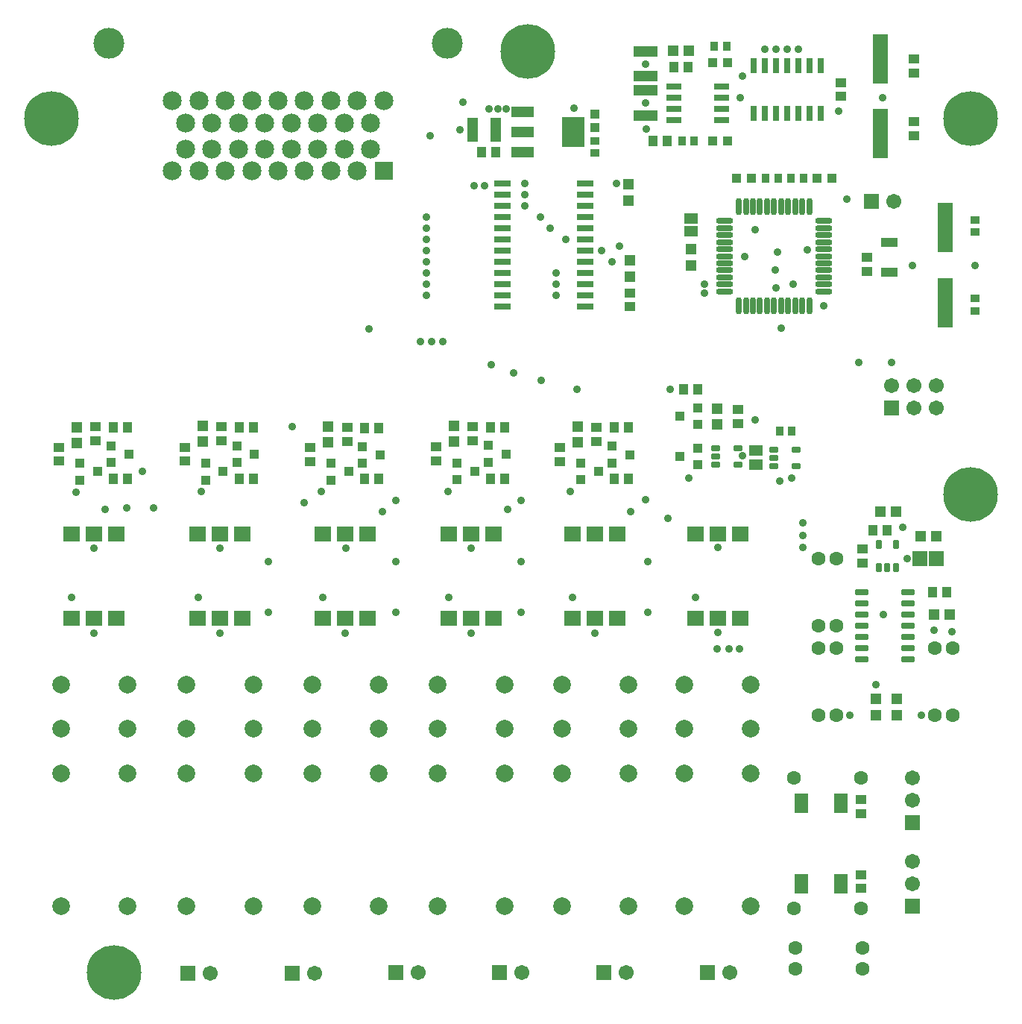
<source format=gts>
G04*
G04 #@! TF.GenerationSoftware,Altium Limited,Altium Designer,19.0.15 (446)*
G04*
G04 Layer_Color=8388736*
%FSLAX25Y25*%
%MOIN*%
G70*
G01*
G75*
%ADD22R,0.07178X0.02847*%
%ADD23R,0.04343X0.04737*%
%ADD24R,0.10249X0.13792*%
%ADD25R,0.10249X0.04737*%
%ADD26R,0.03556X0.04343*%
%ADD27R,0.03937X0.03937*%
%ADD28R,0.05131X0.05131*%
%ADD29R,0.04737X0.04343*%
G04:AMPARAMS|DCode=30|XSize=29.65mil|YSize=39.5mil|CornerRadius=5.95mil|HoleSize=0mil|Usage=FLASHONLY|Rotation=90.000|XOffset=0mil|YOffset=0mil|HoleType=Round|Shape=RoundedRectangle|*
%AMROUNDEDRECTD30*
21,1,0.02965,0.02760,0,0,90.0*
21,1,0.01776,0.03950,0,0,90.0*
1,1,0.01190,0.01380,0.00888*
1,1,0.01190,0.01380,-0.00888*
1,1,0.01190,-0.01380,-0.00888*
1,1,0.01190,-0.01380,0.00888*
%
%ADD30ROUNDEDRECTD30*%
%ADD31R,0.06115X0.04540*%
%ADD32R,0.04343X0.03950*%
%ADD33R,0.07808X0.06784*%
%ADD34R,0.04343X0.03556*%
%ADD35R,0.05131X0.11036*%
%ADD36R,0.03950X0.03950*%
%ADD37O,0.02965X0.07690*%
%ADD38O,0.07690X0.02965*%
%ADD39R,0.07493X0.03950*%
%ADD40R,0.06272X0.04698*%
%ADD41R,0.06706X0.22453*%
%ADD42R,0.06902X0.03162*%
%ADD43R,0.03162X0.06706*%
%ADD44R,0.11036X0.04540*%
%ADD45R,0.05131X0.05131*%
%ADD46R,0.06706X0.22453*%
%ADD47R,0.06300X0.09100*%
G04:AMPARAMS|DCode=48|XSize=29.65mil|YSize=57.21mil|CornerRadius=5.95mil|HoleSize=0mil|Usage=FLASHONLY|Rotation=90.000|XOffset=0mil|YOffset=0mil|HoleType=Round|Shape=RoundedRectangle|*
%AMROUNDEDRECTD48*
21,1,0.02965,0.04532,0,0,90.0*
21,1,0.01776,0.05721,0,0,90.0*
1,1,0.01190,0.02266,0.00888*
1,1,0.01190,0.02266,-0.00888*
1,1,0.01190,-0.02266,-0.00888*
1,1,0.01190,-0.02266,0.00888*
%
%ADD48ROUNDEDRECTD48*%
G04:AMPARAMS|DCode=49|XSize=29.65mil|YSize=39.5mil|CornerRadius=5.95mil|HoleSize=0mil|Usage=FLASHONLY|Rotation=180.000|XOffset=0mil|YOffset=0mil|HoleType=Round|Shape=RoundedRectangle|*
%AMROUNDEDRECTD49*
21,1,0.02965,0.02760,0,0,180.0*
21,1,0.01776,0.03950,0,0,180.0*
1,1,0.01190,-0.00888,0.01380*
1,1,0.01190,0.00888,0.01380*
1,1,0.01190,0.00888,-0.01380*
1,1,0.01190,-0.00888,-0.01380*
%
%ADD49ROUNDEDRECTD49*%
%ADD50R,0.06509X0.06706*%
%ADD51C,0.24422*%
%ADD52R,0.06706X0.06706*%
%ADD53C,0.06706*%
%ADD54C,0.07887*%
%ADD55C,0.13792*%
%ADD56C,0.08477*%
%ADD57R,0.08477X0.08477*%
%ADD58R,0.06706X0.06706*%
%ADD59C,0.06312*%
%ADD60C,0.03556*%
D22*
X254315Y313860D02*
D03*
Y318860D02*
D03*
Y323860D02*
D03*
Y328860D02*
D03*
Y333860D02*
D03*
Y338860D02*
D03*
Y343860D02*
D03*
Y348860D02*
D03*
Y353860D02*
D03*
Y358860D02*
D03*
Y363860D02*
D03*
Y368860D02*
D03*
X217386Y313860D02*
D03*
Y318860D02*
D03*
Y323860D02*
D03*
Y328860D02*
D03*
Y333860D02*
D03*
Y338860D02*
D03*
Y343860D02*
D03*
Y348860D02*
D03*
Y353860D02*
D03*
Y358860D02*
D03*
Y363860D02*
D03*
Y368860D02*
D03*
D23*
X214279Y382923D02*
D03*
X207980D02*
D03*
X304649Y276860D02*
D03*
X298350D02*
D03*
X218332Y259979D02*
D03*
X212033D02*
D03*
X218332Y236979D02*
D03*
X212033D02*
D03*
X273732Y259723D02*
D03*
X267433D02*
D03*
X273732Y236939D02*
D03*
X267433D02*
D03*
X105932Y259860D02*
D03*
X99633D02*
D03*
X105932Y236860D02*
D03*
X99633D02*
D03*
X49732Y259904D02*
D03*
X43433D02*
D03*
X49732Y236860D02*
D03*
X43433D02*
D03*
X294200Y420860D02*
D03*
X300500D02*
D03*
X284700Y387860D02*
D03*
X291000D02*
D03*
X416000Y186360D02*
D03*
X409700D02*
D03*
X383201Y213860D02*
D03*
X389500D02*
D03*
X162132Y259644D02*
D03*
X155833D02*
D03*
X162132Y236860D02*
D03*
X155833D02*
D03*
D24*
X249169Y391923D02*
D03*
D25*
X226334Y382868D02*
D03*
Y391923D02*
D03*
Y400978D02*
D03*
D26*
X340606Y371360D02*
D03*
X335094D02*
D03*
X346425Y371361D02*
D03*
X351937D02*
D03*
X341338Y258148D02*
D03*
X346850D02*
D03*
X317606Y430360D02*
D03*
X312094D02*
D03*
X297594Y387860D02*
D03*
X303106D02*
D03*
D27*
X328696Y371361D02*
D03*
X322004D02*
D03*
X358185Y371360D02*
D03*
X364878D02*
D03*
X311504Y422860D02*
D03*
X318197D02*
D03*
X311504Y387860D02*
D03*
X318197D02*
D03*
D28*
X313536Y261237D02*
D03*
Y268324D02*
D03*
X195682Y253482D02*
D03*
Y260569D02*
D03*
X251082Y253227D02*
D03*
Y260313D02*
D03*
X301850Y332317D02*
D03*
Y339404D02*
D03*
X83282Y253364D02*
D03*
Y260451D02*
D03*
X27082Y252817D02*
D03*
Y259904D02*
D03*
X274350Y327317D02*
D03*
Y334404D02*
D03*
X273850Y368404D02*
D03*
Y361317D02*
D03*
X384350Y138404D02*
D03*
Y131317D02*
D03*
X393850Y138404D02*
D03*
Y131317D02*
D03*
X139482Y253148D02*
D03*
Y260234D02*
D03*
D29*
X322914Y267733D02*
D03*
Y261434D02*
D03*
X377850Y93510D02*
D03*
Y87211D02*
D03*
Y60010D02*
D03*
Y53711D02*
D03*
X204182Y260175D02*
D03*
Y253876D02*
D03*
X187682Y251128D02*
D03*
Y244829D02*
D03*
X259582Y259920D02*
D03*
Y253620D02*
D03*
X380350Y335711D02*
D03*
Y329412D02*
D03*
X242949Y250829D02*
D03*
Y244530D02*
D03*
X91782Y260057D02*
D03*
Y253758D02*
D03*
X75282Y251010D02*
D03*
Y244711D02*
D03*
X35582Y260101D02*
D03*
Y253801D02*
D03*
X19082Y251010D02*
D03*
Y244711D02*
D03*
X274350Y313711D02*
D03*
Y320010D02*
D03*
X368850Y407711D02*
D03*
Y414010D02*
D03*
X401350Y418211D02*
D03*
Y424510D02*
D03*
Y390211D02*
D03*
Y396510D02*
D03*
X378350Y205510D02*
D03*
Y199211D02*
D03*
X147982Y259841D02*
D03*
Y253542D02*
D03*
X131482Y250750D02*
D03*
Y244451D02*
D03*
D30*
X338830Y249904D02*
D03*
Y246164D02*
D03*
Y242423D02*
D03*
X348870D02*
D03*
Y249904D02*
D03*
X312830Y250538D02*
D03*
Y246798D02*
D03*
Y243057D02*
D03*
X322870D02*
D03*
Y250538D02*
D03*
D31*
X330850Y243211D02*
D03*
Y249510D02*
D03*
D32*
X304760Y261040D02*
D03*
Y268521D02*
D03*
X296885Y264780D02*
D03*
X304787Y243057D02*
D03*
Y250538D02*
D03*
X296913Y246798D02*
D03*
X211049Y251719D02*
D03*
Y244238D02*
D03*
X218922Y247979D02*
D03*
X197096Y243908D02*
D03*
Y236427D02*
D03*
X204970Y240168D02*
D03*
X266448Y251420D02*
D03*
Y243939D02*
D03*
X274323Y247679D02*
D03*
X252496Y243868D02*
D03*
Y236388D02*
D03*
X260370Y240128D02*
D03*
X98649Y251601D02*
D03*
Y244120D02*
D03*
X106523Y247860D02*
D03*
X84696Y243790D02*
D03*
Y236309D02*
D03*
X92570Y240049D02*
D03*
X42448Y251601D02*
D03*
Y244120D02*
D03*
X50323Y247860D02*
D03*
X28496Y243790D02*
D03*
Y236309D02*
D03*
X36370Y240049D02*
D03*
X154849Y251341D02*
D03*
Y243860D02*
D03*
X162723Y247601D02*
D03*
X140896Y243790D02*
D03*
Y236309D02*
D03*
X148770Y240049D02*
D03*
D33*
X137250Y174601D02*
D03*
X147250D02*
D03*
X157250D02*
D03*
X137250Y212120D02*
D03*
X147250D02*
D03*
X157250D02*
D03*
X81050Y174601D02*
D03*
X91050D02*
D03*
X101050D02*
D03*
X81050Y212120D02*
D03*
X91050D02*
D03*
X101050D02*
D03*
X24850Y174601D02*
D03*
X34850D02*
D03*
X44850D02*
D03*
X24850Y212120D02*
D03*
X34850D02*
D03*
X44850D02*
D03*
X248850Y174601D02*
D03*
X258850D02*
D03*
X268850D02*
D03*
X248850Y212120D02*
D03*
X258850D02*
D03*
X268850D02*
D03*
X303650Y174601D02*
D03*
X313650D02*
D03*
X323650D02*
D03*
X303650Y212120D02*
D03*
X313650D02*
D03*
X323650D02*
D03*
X193450Y174601D02*
D03*
X203450D02*
D03*
X213450D02*
D03*
X193450Y212120D02*
D03*
X203450D02*
D03*
X213450D02*
D03*
D34*
X258850Y382451D02*
D03*
Y387963D02*
D03*
X428850Y347104D02*
D03*
Y352616D02*
D03*
Y317372D02*
D03*
Y311860D02*
D03*
D35*
X204232Y392967D02*
D03*
X214468D02*
D03*
D36*
X258850Y393908D02*
D03*
Y399813D02*
D03*
D37*
X354598Y314116D02*
D03*
X351448D02*
D03*
X348299D02*
D03*
X345149D02*
D03*
X342000D02*
D03*
X338850D02*
D03*
X335700D02*
D03*
X332551D02*
D03*
X329401D02*
D03*
X326252D02*
D03*
X323102D02*
D03*
Y358604D02*
D03*
X326252D02*
D03*
X329401D02*
D03*
X332551D02*
D03*
X335700D02*
D03*
X338850D02*
D03*
X342000D02*
D03*
X345149D02*
D03*
X348299D02*
D03*
X351448D02*
D03*
X354598D02*
D03*
D38*
X316606Y320612D02*
D03*
Y323762D02*
D03*
Y326912D02*
D03*
Y330061D02*
D03*
Y333211D02*
D03*
Y336360D02*
D03*
Y339510D02*
D03*
Y342660D02*
D03*
Y345809D02*
D03*
Y348959D02*
D03*
Y352108D02*
D03*
X361094D02*
D03*
Y348959D02*
D03*
Y345809D02*
D03*
Y342660D02*
D03*
Y339510D02*
D03*
Y336360D02*
D03*
Y333211D02*
D03*
Y330061D02*
D03*
Y326912D02*
D03*
Y323762D02*
D03*
Y320612D02*
D03*
D39*
X390350Y342553D02*
D03*
Y329167D02*
D03*
D40*
X301854Y347388D02*
D03*
Y353333D02*
D03*
D41*
X415350Y315628D02*
D03*
Y349093D02*
D03*
D42*
X294090Y412360D02*
D03*
Y407360D02*
D03*
Y402360D02*
D03*
Y397360D02*
D03*
X315350Y412360D02*
D03*
Y407360D02*
D03*
Y402360D02*
D03*
Y397360D02*
D03*
D43*
X359850Y421620D02*
D03*
X354850D02*
D03*
X349850D02*
D03*
X344850D02*
D03*
X339850D02*
D03*
X334850D02*
D03*
X329850D02*
D03*
X359850Y400360D02*
D03*
X354850D02*
D03*
X349850D02*
D03*
X344850D02*
D03*
X339850D02*
D03*
X334850D02*
D03*
X329850D02*
D03*
D44*
X281350Y427872D02*
D03*
Y416849D02*
D03*
Y410372D02*
D03*
Y399349D02*
D03*
D45*
X300689Y428360D02*
D03*
X293602D02*
D03*
X411393Y211360D02*
D03*
X404307D02*
D03*
X410307Y176360D02*
D03*
X417393D02*
D03*
X386307Y222360D02*
D03*
X393393D02*
D03*
D46*
X386350Y391128D02*
D03*
Y424593D02*
D03*
D47*
X351000Y91810D02*
D03*
Y55910D02*
D03*
X368700Y91810D02*
D03*
Y55910D02*
D03*
D48*
X398685Y156360D02*
D03*
Y161360D02*
D03*
Y166360D02*
D03*
Y171360D02*
D03*
Y176360D02*
D03*
Y181360D02*
D03*
Y186360D02*
D03*
X378015Y156360D02*
D03*
Y161360D02*
D03*
Y166360D02*
D03*
Y171360D02*
D03*
Y176360D02*
D03*
Y181360D02*
D03*
Y186360D02*
D03*
D49*
X385807Y197341D02*
D03*
X389547D02*
D03*
X393287D02*
D03*
Y207380D02*
D03*
X385807D02*
D03*
D50*
X404208Y201360D02*
D03*
X411492D02*
D03*
D51*
X43850Y16309D02*
D03*
X426850Y229860D02*
D03*
Y397719D02*
D03*
X228850Y427860D02*
D03*
X15850Y397719D02*
D03*
D52*
X169768Y16043D02*
D03*
X123309Y15860D02*
D03*
X76850Y15860D02*
D03*
X262685Y16043D02*
D03*
X309144D02*
D03*
X216226D02*
D03*
X382350Y360860D02*
D03*
X391350Y268521D02*
D03*
D53*
X179768Y16043D02*
D03*
X133309Y15860D02*
D03*
X86850Y15860D02*
D03*
X272685Y16043D02*
D03*
X319144D02*
D03*
X226226D02*
D03*
X392350Y360860D02*
D03*
X391350Y278521D02*
D03*
X401350Y268521D02*
D03*
Y278521D02*
D03*
X411350Y268521D02*
D03*
Y278521D02*
D03*
X400850Y93360D02*
D03*
Y103360D02*
D03*
Y55860D02*
D03*
Y65860D02*
D03*
D54*
X132368Y45754D02*
D03*
Y125124D02*
D03*
Y144967D02*
D03*
Y105282D02*
D03*
X162132D02*
D03*
Y144967D02*
D03*
Y125124D02*
D03*
Y45754D02*
D03*
X76168D02*
D03*
Y125124D02*
D03*
Y144967D02*
D03*
Y105282D02*
D03*
X105932D02*
D03*
Y144967D02*
D03*
Y125124D02*
D03*
Y45754D02*
D03*
X19968D02*
D03*
Y125124D02*
D03*
Y144967D02*
D03*
Y105282D02*
D03*
X49732D02*
D03*
Y144967D02*
D03*
Y125124D02*
D03*
Y45754D02*
D03*
X243968D02*
D03*
Y125124D02*
D03*
Y144967D02*
D03*
Y105282D02*
D03*
X273732D02*
D03*
Y144967D02*
D03*
Y125124D02*
D03*
Y45754D02*
D03*
X298768D02*
D03*
Y125124D02*
D03*
Y144967D02*
D03*
Y105282D02*
D03*
X328532D02*
D03*
Y144967D02*
D03*
Y125124D02*
D03*
Y45754D02*
D03*
X188568D02*
D03*
Y125124D02*
D03*
Y144967D02*
D03*
Y105282D02*
D03*
X218332D02*
D03*
Y144967D02*
D03*
Y125124D02*
D03*
Y45754D02*
D03*
D55*
X192882Y431451D02*
D03*
X41307D02*
D03*
D56*
X164338Y405860D02*
D03*
X152527D02*
D03*
X140716D02*
D03*
X128905D02*
D03*
X117094D02*
D03*
X105283D02*
D03*
X93472D02*
D03*
X81661D02*
D03*
X69850D02*
D03*
X158433Y396018D02*
D03*
X146622D02*
D03*
X134811D02*
D03*
X123000D02*
D03*
X111189D02*
D03*
X99378D02*
D03*
X87567D02*
D03*
X75756D02*
D03*
X158433Y384207D02*
D03*
X146622D02*
D03*
X134811D02*
D03*
X123000D02*
D03*
X111189D02*
D03*
X99378D02*
D03*
X87567D02*
D03*
X75756D02*
D03*
X152527Y374364D02*
D03*
X140716D02*
D03*
X128905D02*
D03*
X117094D02*
D03*
X105283D02*
D03*
X93472D02*
D03*
X81661D02*
D03*
X69850D02*
D03*
D57*
X164338D02*
D03*
D58*
X400850Y83360D02*
D03*
Y45860D02*
D03*
D59*
X377728Y103360D02*
D03*
X347728D02*
D03*
Y44860D02*
D03*
X377728D02*
D03*
X348350Y27360D02*
D03*
X378350D02*
D03*
Y17860D02*
D03*
X348350D02*
D03*
X358850Y161360D02*
D03*
Y131360D02*
D03*
X366850D02*
D03*
Y161360D02*
D03*
X418850Y131360D02*
D03*
Y161360D02*
D03*
X410850D02*
D03*
Y131360D02*
D03*
X358850Y201360D02*
D03*
Y171360D02*
D03*
X366850D02*
D03*
Y201360D02*
D03*
D60*
X209350Y367860D02*
D03*
X190850Y298360D02*
D03*
X185850D02*
D03*
X180850D02*
D03*
X204850Y367860D02*
D03*
X198456Y392967D02*
D03*
X342031Y304360D02*
D03*
X371350Y361892D02*
D03*
X346850Y237153D02*
D03*
X324850Y247360D02*
D03*
X330564Y263148D02*
D03*
X313350Y160860D02*
D03*
X318850D02*
D03*
X351850Y217120D02*
D03*
Y211614D02*
D03*
X56350Y240288D02*
D03*
X61350Y223860D02*
D03*
X49350D02*
D03*
X39850Y223360D02*
D03*
X128905Y226360D02*
D03*
X274850Y222360D02*
D03*
X219850Y223360D02*
D03*
X163850Y222360D02*
D03*
X169850Y227360D02*
D03*
X225850D02*
D03*
X281350Y227605D02*
D03*
X123350Y260360D02*
D03*
X112850Y199860D02*
D03*
X157620Y303860D02*
D03*
X211350Y402360D02*
D03*
X215350D02*
D03*
X218922D02*
D03*
X249350Y402646D02*
D03*
X400850Y332075D02*
D03*
X428850D02*
D03*
X282350Y177360D02*
D03*
Y199860D02*
D03*
X323350Y160860D02*
D03*
X351850Y206282D02*
D03*
X225850Y177360D02*
D03*
Y199860D02*
D03*
X169850Y177360D02*
D03*
Y199860D02*
D03*
X112811Y177360D02*
D03*
X247622Y231360D02*
D03*
X193151D02*
D03*
X136350D02*
D03*
X82901D02*
D03*
X26850Y230860D02*
D03*
X34850Y167860D02*
D03*
X91050D02*
D03*
X147250D02*
D03*
X203350D02*
D03*
X258850D02*
D03*
X313850Y168360D02*
D03*
X341564Y235860D02*
D03*
X291350Y219360D02*
D03*
X292350Y276860D02*
D03*
X199850Y405360D02*
D03*
X185082Y390211D02*
D03*
X269850Y340860D02*
D03*
X261850Y338860D02*
D03*
X313650Y206282D02*
D03*
X266350Y333860D02*
D03*
X203450Y205961D02*
D03*
X245850Y343860D02*
D03*
X147350Y205860D02*
D03*
X91050Y205861D02*
D03*
X238850Y348860D02*
D03*
X234350Y353860D02*
D03*
X34850Y205860D02*
D03*
X241350Y323860D02*
D03*
Y328860D02*
D03*
Y318860D02*
D03*
X183350D02*
D03*
Y323762D02*
D03*
Y328860D02*
D03*
Y333860D02*
D03*
Y338860D02*
D03*
Y343860D02*
D03*
Y348860D02*
D03*
Y353860D02*
D03*
X212350Y287860D02*
D03*
X222350Y284360D02*
D03*
X234850Y280860D02*
D03*
X330350Y348360D02*
D03*
X250850Y276860D02*
D03*
X387350Y407360D02*
D03*
X367850Y401360D02*
D03*
X344850Y428860D02*
D03*
X347350Y323860D02*
D03*
X340350Y338360D02*
D03*
X349850Y428860D02*
D03*
X361126Y314360D02*
D03*
X339350Y330360D02*
D03*
X339850Y428860D02*
D03*
X334850D02*
D03*
X324850Y416860D02*
D03*
X353850Y339360D02*
D03*
X227350Y363860D02*
D03*
X281850Y393360D02*
D03*
X268350Y368860D02*
D03*
X323850Y407360D02*
D03*
X227350Y358860D02*
D03*
X307881Y319860D02*
D03*
X307850Y323860D02*
D03*
X227350Y368860D02*
D03*
X281350Y422360D02*
D03*
Y404860D02*
D03*
X325850Y336360D02*
D03*
X339850Y322360D02*
D03*
X376850Y288860D02*
D03*
X391350D02*
D03*
X418350Y168404D02*
D03*
X387850Y176360D02*
D03*
X384350Y144860D02*
D03*
X404850Y131317D02*
D03*
X372850Y131360D02*
D03*
X410350Y169360D02*
D03*
X396350Y215360D02*
D03*
X398350Y201360D02*
D03*
X300850Y237360D02*
D03*
X303650Y183860D02*
D03*
X248850D02*
D03*
X193450D02*
D03*
X137250D02*
D03*
X81350D02*
D03*
X24850D02*
D03*
M02*

</source>
